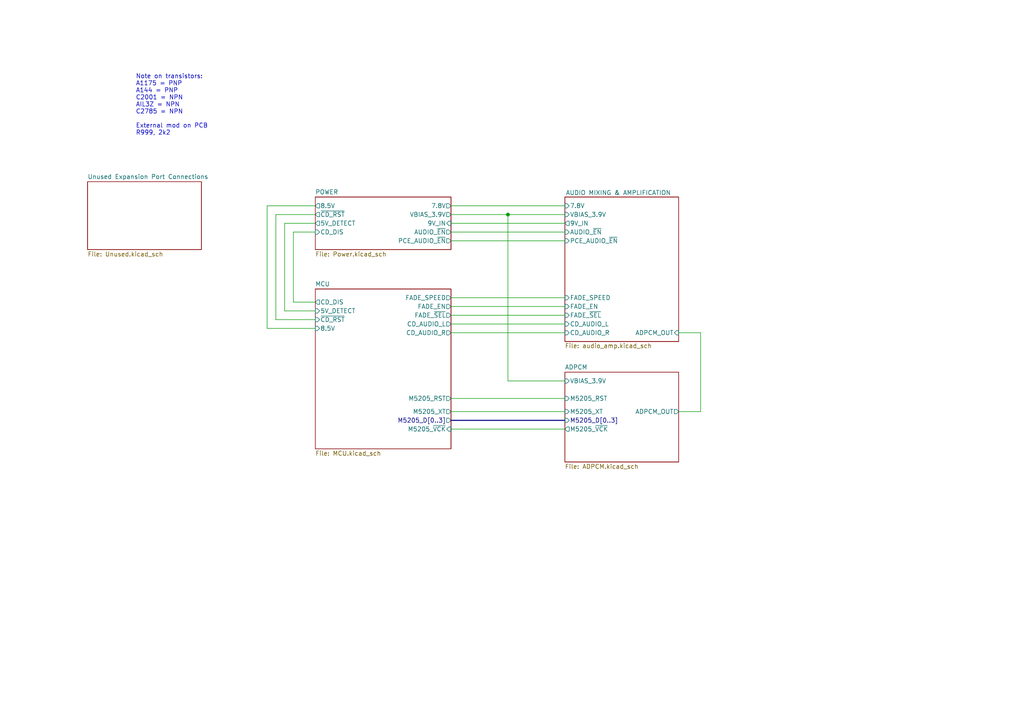
<source format=kicad_sch>
(kicad_sch
	(version 20250114)
	(generator "eeschema")
	(generator_version "9.0")
	(uuid "93dbf9aa-1076-45ce-b532-cda24d01521d")
	(paper "A4")
	(title_block
		(title "NEC PC-Engine IFU-30 Main PCB")
		(date "2025-05-12")
		(rev "0.3")
		(company "Polykubos")
		(comment 1 "Author: Regis Galland")
		(comment 2 "NEC IFU-30 PCB reverse engineered schematics")
	)
	(lib_symbols)
	(text "Note on transistors:\nA1175 = PNP\nA144 = PNP\nC2001 = NPN\nAIL3Z = NPN\nC2785 = NPN\n\nExternal mod on PCB\nR999, 2k2\n"
		(exclude_from_sim no)
		(at 39.37 39.37 0)
		(effects
			(font
				(size 1.27 1.27)
			)
			(justify left bottom)
		)
		(uuid "1500cd25-92b8-47ee-bd3f-1b6547e5748f")
	)
	(junction
		(at 147.32 62.23)
		(diameter 0)
		(color 0 0 0 0)
		(uuid "7b88be0c-f451-48ca-80b9-9d318b004192")
	)
	(wire
		(pts
			(xy 130.81 115.57) (xy 163.83 115.57)
		)
		(stroke
			(width 0)
			(type default)
		)
		(uuid "00b4c9ea-d5db-4d40-80fe-b3204f3cbf98")
	)
	(wire
		(pts
			(xy 163.83 110.49) (xy 147.32 110.49)
		)
		(stroke
			(width 0)
			(type default)
		)
		(uuid "02b0b3f5-a4b9-4834-9fcd-884a709cd25f")
	)
	(wire
		(pts
			(xy 130.81 64.77) (xy 163.83 64.77)
		)
		(stroke
			(width 0)
			(type default)
		)
		(uuid "08ce952f-0ad9-437f-8d92-dfe58196cd6f")
	)
	(wire
		(pts
			(xy 130.81 91.44) (xy 163.83 91.44)
		)
		(stroke
			(width 0)
			(type default)
		)
		(uuid "0eb94363-5023-4448-934b-ebe3cb79cc1a")
	)
	(wire
		(pts
			(xy 130.81 93.98) (xy 163.83 93.98)
		)
		(stroke
			(width 0)
			(type default)
		)
		(uuid "0fb4df7c-122a-4f02-a66c-7c59b99c2e6c")
	)
	(wire
		(pts
			(xy 196.85 96.52) (xy 203.2 96.52)
		)
		(stroke
			(width 0)
			(type default)
		)
		(uuid "150bac94-608f-4ca0-a930-5ea1601c8536")
	)
	(wire
		(pts
			(xy 91.44 87.63) (xy 85.09 87.63)
		)
		(stroke
			(width 0)
			(type default)
		)
		(uuid "175d09dc-d2ac-4407-80b2-d91c5bdef704")
	)
	(wire
		(pts
			(xy 80.01 62.23) (xy 80.01 92.71)
		)
		(stroke
			(width 0)
			(type default)
		)
		(uuid "1e69d502-3d33-4b8c-b85b-4b74ccf3e1d4")
	)
	(wire
		(pts
			(xy 130.81 59.69) (xy 163.83 59.69)
		)
		(stroke
			(width 0)
			(type default)
		)
		(uuid "1ece90f9-1dcf-43bf-88b5-b88cc274563e")
	)
	(wire
		(pts
			(xy 196.85 119.38) (xy 203.2 119.38)
		)
		(stroke
			(width 0)
			(type default)
		)
		(uuid "1ff8f487-aca9-44db-8d8a-3ad3c301f539")
	)
	(wire
		(pts
			(xy 130.81 88.9) (xy 163.83 88.9)
		)
		(stroke
			(width 0)
			(type default)
		)
		(uuid "3d987b16-b399-4573-a319-ef7670a6456d")
	)
	(wire
		(pts
			(xy 130.81 86.36) (xy 163.83 86.36)
		)
		(stroke
			(width 0)
			(type default)
		)
		(uuid "4e5e6802-fbbc-4317-a0dc-433e3c203a0a")
	)
	(wire
		(pts
			(xy 130.81 67.31) (xy 163.83 67.31)
		)
		(stroke
			(width 0)
			(type default)
		)
		(uuid "631b80e0-e640-451b-b6e2-b9b69ef86ccd")
	)
	(wire
		(pts
			(xy 91.44 59.69) (xy 77.47 59.69)
		)
		(stroke
			(width 0)
			(type default)
		)
		(uuid "779d8408-4a43-4113-a8f1-f23f1b8c271d")
	)
	(wire
		(pts
			(xy 91.44 64.77) (xy 82.55 64.77)
		)
		(stroke
			(width 0)
			(type default)
		)
		(uuid "80a685f6-160d-4d8a-aee8-8080ce60ac99")
	)
	(bus
		(pts
			(xy 130.81 121.92) (xy 163.83 121.92)
		)
		(stroke
			(width 0)
			(type default)
		)
		(uuid "828bba9f-6ec9-4a04-b9b6-c80b31a17087")
	)
	(wire
		(pts
			(xy 203.2 119.38) (xy 203.2 96.52)
		)
		(stroke
			(width 0)
			(type default)
		)
		(uuid "8841b89c-513e-4304-8ffa-29ed87f39987")
	)
	(wire
		(pts
			(xy 130.81 96.52) (xy 163.83 96.52)
		)
		(stroke
			(width 0)
			(type default)
		)
		(uuid "9ac3ac89-980d-465e-b42a-c25eb9ac705a")
	)
	(wire
		(pts
			(xy 91.44 95.25) (xy 77.47 95.25)
		)
		(stroke
			(width 0)
			(type default)
		)
		(uuid "9b663dc9-2941-4d54-835b-6a6783464ccd")
	)
	(wire
		(pts
			(xy 85.09 67.31) (xy 85.09 87.63)
		)
		(stroke
			(width 0)
			(type default)
		)
		(uuid "9e989301-c84e-42ee-a615-7352cdb61438")
	)
	(wire
		(pts
			(xy 82.55 64.77) (xy 82.55 90.17)
		)
		(stroke
			(width 0)
			(type default)
		)
		(uuid "a686cd1f-0ae2-421f-93e7-8bd37694f0b9")
	)
	(wire
		(pts
			(xy 91.44 62.23) (xy 80.01 62.23)
		)
		(stroke
			(width 0)
			(type default)
		)
		(uuid "be94d6c2-2a08-4870-b074-b780545c3690")
	)
	(wire
		(pts
			(xy 130.81 62.23) (xy 147.32 62.23)
		)
		(stroke
			(width 0)
			(type default)
		)
		(uuid "bf88a09a-f377-4552-ac6e-8015b8fcbd8f")
	)
	(wire
		(pts
			(xy 130.81 124.46) (xy 163.83 124.46)
		)
		(stroke
			(width 0)
			(type default)
		)
		(uuid "c6c11741-18f1-4e5a-b576-a946bc87da7f")
	)
	(wire
		(pts
			(xy 130.81 69.85) (xy 163.83 69.85)
		)
		(stroke
			(width 0)
			(type default)
		)
		(uuid "cc6c5708-9ce6-41bd-b434-6b1d86a2d9b7")
	)
	(wire
		(pts
			(xy 85.09 67.31) (xy 91.44 67.31)
		)
		(stroke
			(width 0)
			(type default)
		)
		(uuid "d4151336-47e3-4ccc-a7b9-f2e1984920a6")
	)
	(wire
		(pts
			(xy 91.44 90.17) (xy 82.55 90.17)
		)
		(stroke
			(width 0)
			(type default)
		)
		(uuid "db96c35f-f940-4ad8-b0e4-3d108e7253ba")
	)
	(wire
		(pts
			(xy 147.32 110.49) (xy 147.32 62.23)
		)
		(stroke
			(width 0)
			(type default)
		)
		(uuid "dc7c7da5-5b0f-48b0-8183-6e24527dc3e6")
	)
	(wire
		(pts
			(xy 147.32 62.23) (xy 163.83 62.23)
		)
		(stroke
			(width 0)
			(type default)
		)
		(uuid "e048a0a2-6b62-440f-a056-b4f952555da0")
	)
	(wire
		(pts
			(xy 91.44 92.71) (xy 80.01 92.71)
		)
		(stroke
			(width 0)
			(type default)
		)
		(uuid "e7b338ea-48c7-4ff1-a8bc-4969f6144f29")
	)
	(wire
		(pts
			(xy 77.47 59.69) (xy 77.47 95.25)
		)
		(stroke
			(width 0)
			(type default)
		)
		(uuid "e7e4ad2d-fef6-4209-8a5a-3bccc84e6a16")
	)
	(wire
		(pts
			(xy 130.81 119.38) (xy 163.83 119.38)
		)
		(stroke
			(width 0)
			(type default)
		)
		(uuid "f8994fce-e7f0-4d2a-b176-5b7f06dacdf3")
	)
	(sheet
		(at 91.44 57.15)
		(size 39.37 15.24)
		(exclude_from_sim no)
		(in_bom yes)
		(on_board yes)
		(dnp no)
		(fields_autoplaced yes)
		(stroke
			(width 0.1524)
			(type solid)
		)
		(fill
			(color 0 0 0 0.0000)
		)
		(uuid "0578f93e-ca38-43d5-ab59-174de13ad696")
		(property "Sheetname" "POWER"
			(at 91.44 56.4384 0)
			(effects
				(font
					(size 1.27 1.27)
				)
				(justify left bottom)
			)
		)
		(property "Sheetfile" "Power.kicad_sch"
			(at 91.44 72.9746 0)
			(effects
				(font
					(size 1.27 1.27)
				)
				(justify left top)
			)
		)
		(pin "CD_DIS" input
			(at 91.44 67.31 180)
			(uuid "31d0d1dd-90f0-47f1-b46d-3d1c426799d6")
			(effects
				(font
					(size 1.27 1.27)
				)
				(justify left)
			)
		)
		(pin "VBIAS_3.9V" output
			(at 130.81 62.23 0)
			(uuid "9fa63ca5-987b-47a6-9c75-bab2197aa4ad")
			(effects
				(font
					(size 1.27 1.27)
				)
				(justify right)
			)
		)
		(pin "7.8V" output
			(at 130.81 59.69 0)
			(uuid "40d52f4f-8898-44c5-83c1-1357c6af52d0")
			(effects
				(font
					(size 1.27 1.27)
				)
				(justify right)
			)
		)
		(pin "9V_IN" input
			(at 130.81 64.77 0)
			(uuid "2e6fc4b5-ed40-4df7-9fe6-e30feb7ad576")
			(effects
				(font
					(size 1.27 1.27)
				)
				(justify right)
			)
		)
		(pin "PCE_AUDIO_~{EN}" output
			(at 130.81 69.85 0)
			(uuid "9d15a7ac-46cf-461d-86ef-898c9bc0d768")
			(effects
				(font
					(size 1.27 1.27)
				)
				(justify right)
			)
		)
		(pin "~{CD_RST}" output
			(at 91.44 62.23 180)
			(uuid "5be7bfdd-b492-4529-a1f1-aa61cb86b5e1")
			(effects
				(font
					(size 1.27 1.27)
				)
				(justify left)
			)
		)
		(pin "AUDIO_~{EN}" output
			(at 130.81 67.31 0)
			(uuid "404bf708-bdc9-4958-95fd-c38156708012")
			(effects
				(font
					(size 1.27 1.27)
				)
				(justify right)
			)
		)
		(pin "5V_DETECT" output
			(at 91.44 64.77 180)
			(uuid "9ed55af5-a098-4a00-be96-58789eb1824f")
			(effects
				(font
					(size 1.27 1.27)
				)
				(justify left)
			)
		)
		(pin "8.5V" output
			(at 91.44 59.69 180)
			(uuid "1e1af739-2f20-4d26-a004-27ed7fc053e0")
			(effects
				(font
					(size 1.27 1.27)
				)
				(justify left)
			)
		)
		(instances
			(project "NEC-PCE-IFU-30_MAIN_PCB"
				(path "/93dbf9aa-1076-45ce-b532-cda24d01521d"
					(page "4")
				)
			)
		)
	)
	(sheet
		(at 91.44 83.82)
		(size 39.37 46.355)
		(exclude_from_sim no)
		(in_bom yes)
		(on_board yes)
		(dnp no)
		(fields_autoplaced yes)
		(stroke
			(width 0.1524)
			(type solid)
		)
		(fill
			(color 0 0 0 0.0000)
		)
		(uuid "16ed6a89-2253-4800-b858-7195f8e7cad5")
		(property "Sheetname" "MCU"
			(at 91.44 83.1084 0)
			(effects
				(font
					(size 1.27 1.27)
				)
				(justify left bottom)
			)
		)
		(property "Sheetfile" "MCU.kicad_sch"
			(at 91.44 130.7596 0)
			(effects
				(font
					(size 1.27 1.27)
				)
				(justify left top)
			)
		)
		(pin "CD_AUDIO_R" output
			(at 130.81 96.52 0)
			(uuid "a88703ad-d95d-423f-93bb-0ee8c259c73f")
			(effects
				(font
					(size 1.27 1.27)
				)
				(justify right)
			)
		)
		(pin "CD_AUDIO_L" output
			(at 130.81 93.98 0)
			(uuid "d1a92db5-e0f1-4310-8945-e1f2190483ad")
			(effects
				(font
					(size 1.27 1.27)
				)
				(justify right)
			)
		)
		(pin "5V_DETECT" input
			(at 91.44 90.17 180)
			(uuid "8806e4cd-571e-46b9-8659-5cd169771d87")
			(effects
				(font
					(size 1.27 1.27)
				)
				(justify left)
			)
		)
		(pin "M5205_XT" output
			(at 130.81 119.38 0)
			(uuid "97878c75-6d3e-4e98-a22b-1182504c3f1c")
			(effects
				(font
					(size 1.27 1.27)
				)
				(justify right)
			)
		)
		(pin "M5205_~{VCK}" input
			(at 130.81 124.46 0)
			(uuid "91bb5314-5374-421d-be5f-dcaca53e9504")
			(effects
				(font
					(size 1.27 1.27)
				)
				(justify right)
			)
		)
		(pin "M5205_RST" output
			(at 130.81 115.57 0)
			(uuid "7382f6ce-23e0-4f1c-bda0-260464cf8527")
			(effects
				(font
					(size 1.27 1.27)
				)
				(justify right)
			)
		)
		(pin "~{CD_RST}" input
			(at 91.44 92.71 180)
			(uuid "ddbf8f8b-3ebd-4ee7-843b-4798fbee5546")
			(effects
				(font
					(size 1.27 1.27)
				)
				(justify left)
			)
		)
		(pin "FADE_SPEED" output
			(at 130.81 86.36 0)
			(uuid "bffd1d15-a89f-4248-ba44-d4b1d5fa6f4f")
			(effects
				(font
					(size 1.27 1.27)
				)
				(justify right)
			)
		)
		(pin "CD_DIS" output
			(at 91.44 87.63 180)
			(uuid "adcad5f5-da8f-474e-858a-69d808d6d200")
			(effects
				(font
					(size 1.27 1.27)
				)
				(justify left)
			)
		)
		(pin "FADE_EN" output
			(at 130.81 88.9 0)
			(uuid "3eea739c-b375-41d5-8b02-82d56a80b108")
			(effects
				(font
					(size 1.27 1.27)
				)
				(justify right)
			)
		)
		(pin "FADE_~{SEL}" output
			(at 130.81 91.44 0)
			(uuid "cedc4b1d-fa72-4aff-bc09-d15a5e4cc0b8")
			(effects
				(font
					(size 1.27 1.27)
				)
				(justify right)
			)
		)
		(pin "8.5V" input
			(at 91.44 95.25 180)
			(uuid "c9bea6f4-066a-476a-8458-a0f4e0acef42")
			(effects
				(font
					(size 1.27 1.27)
				)
				(justify left)
			)
		)
		(pin "M5205_D[0..3]" output
			(at 130.81 121.92 0)
			(uuid "98426b6c-902a-4548-97c5-9a4a9add103c")
			(effects
				(font
					(size 1.27 1.27)
				)
				(justify right)
			)
		)
		(instances
			(project "NEC-PCE-IFU-30_MAIN_PCB"
				(path "/93dbf9aa-1076-45ce-b532-cda24d01521d"
					(page "3")
				)
			)
		)
	)
	(sheet
		(at 163.83 107.95)
		(size 33.02 26.035)
		(exclude_from_sim no)
		(in_bom yes)
		(on_board yes)
		(dnp no)
		(fields_autoplaced yes)
		(stroke
			(width 0.1524)
			(type solid)
		)
		(fill
			(color 0 0 0 0.0000)
		)
		(uuid "6773dc59-1a0f-4ef1-9716-1306879c4c35")
		(property "Sheetname" "ADPCM"
			(at 163.83 107.2384 0)
			(effects
				(font
					(size 1.27 1.27)
				)
				(justify left bottom)
			)
		)
		(property "Sheetfile" "ADPCM.kicad_sch"
			(at 163.83 134.5696 0)
			(effects
				(font
					(size 1.27 1.27)
				)
				(justify left top)
			)
		)
		(pin "M5205_~{VCK}" output
			(at 163.83 124.46 180)
			(uuid "081659e1-76a0-40fa-a847-85cdb1e1e800")
			(effects
				(font
					(size 1.27 1.27)
				)
				(justify left)
			)
		)
		(pin "M5205_RST" input
			(at 163.83 115.57 180)
			(uuid "71c85034-03c3-42a0-8106-8757a2fa6941")
			(effects
				(font
					(size 1.27 1.27)
				)
				(justify left)
			)
		)
		(pin "M5205_XT" input
			(at 163.83 119.38 180)
			(uuid "22b620f1-1870-4a9f-8044-5b21ab975c3f")
			(effects
				(font
					(size 1.27 1.27)
				)
				(justify left)
			)
		)
		(pin "ADPCM_OUT" output
			(at 196.85 119.38 0)
			(uuid "62e29293-2c4c-4acb-a284-af39632070aa")
			(effects
				(font
					(size 1.27 1.27)
				)
				(justify right)
			)
		)
		(pin "VBIAS_3.9V" input
			(at 163.83 110.49 180)
			(uuid "ac9d30f6-c112-4d12-8b96-1454193605e8")
			(effects
				(font
					(size 1.27 1.27)
				)
				(justify left)
			)
		)
		(pin "M5205_D[0..3]" input
			(at 163.83 121.92 180)
			(uuid "0374625e-b0b3-4a8d-9c23-c2c8b65edc39")
			(effects
				(font
					(size 1.27 1.27)
				)
				(justify left)
			)
		)
		(instances
			(project "NEC-PCE-IFU-30_MAIN_PCB"
				(path "/93dbf9aa-1076-45ce-b532-cda24d01521d"
					(page "2")
				)
			)
		)
	)
	(sheet
		(at 25.4 52.705)
		(size 33.02 19.685)
		(exclude_from_sim no)
		(in_bom yes)
		(on_board yes)
		(dnp no)
		(fields_autoplaced yes)
		(stroke
			(width 0.1524)
			(type solid)
		)
		(fill
			(color 0 0 0 0.0000)
		)
		(uuid "86a71b1a-8204-43be-a56e-bd6873a052ba")
		(property "Sheetname" "Unused Expansion Port Connections"
			(at 25.4 51.9934 0)
			(effects
				(font
					(size 1.27 1.27)
				)
				(justify left bottom)
			)
		)
		(property "Sheetfile" "Unused.kicad_sch"
			(at 25.4 72.9746 0)
			(effects
				(font
					(size 1.27 1.27)
				)
				(justify left top)
			)
		)
		(instances
			(project "NEC-PCE-IFU-30_MAIN_PCB"
				(path "/93dbf9aa-1076-45ce-b532-cda24d01521d"
					(page "6")
				)
			)
		)
	)
	(sheet
		(at 163.83 57.15)
		(size 33.02 41.91)
		(exclude_from_sim no)
		(in_bom yes)
		(on_board yes)
		(dnp no)
		(stroke
			(width 0.1524)
			(type solid)
		)
		(fill
			(color 0 0 0 0.0000)
		)
		(uuid "d1484c84-275c-4498-a17e-3c62a3d51fc3")
		(property "Sheetname" "AUDIO MIXING & AMPLIFICATION"
			(at 164.084 56.642 0)
			(effects
				(font
					(size 1.27 1.27)
				)
				(justify left bottom)
			)
		)
		(property "Sheetfile" "audio_amp.kicad_sch"
			(at 163.83 99.568 0)
			(effects
				(font
					(size 1.27 1.27)
				)
				(justify left top)
			)
		)
		(pin "9V_IN" output
			(at 163.83 64.77 180)
			(uuid "5d2fd185-e6db-4e6e-968d-81ae5a60d80f")
			(effects
				(font
					(size 1.27 1.27)
				)
				(justify left)
			)
		)
		(pin "AUDIO_~{EN}" input
			(at 163.83 67.31 180)
			(uuid "2f6888db-e2c0-4006-a4bc-c77752dd68b2")
			(effects
				(font
					(size 1.27 1.27)
				)
				(justify left)
			)
		)
		(pin "VBIAS_3.9V" input
			(at 163.83 62.23 180)
			(uuid "17816b0c-dc2a-40aa-beea-0a54a3b73a67")
			(effects
				(font
					(size 1.27 1.27)
				)
				(justify left)
			)
		)
		(pin "CD_AUDIO_R" input
			(at 163.83 96.52 180)
			(uuid "40ffda5b-e455-4634-b17e-5e5535d603b5")
			(effects
				(font
					(size 1.27 1.27)
				)
				(justify left)
			)
		)
		(pin "CD_AUDIO_L" input
			(at 163.83 93.98 180)
			(uuid "35569f7e-24f0-4760-aa1e-75072c15c88a")
			(effects
				(font
					(size 1.27 1.27)
				)
				(justify left)
			)
		)
		(pin "FADE_SPEED" input
			(at 163.83 86.36 180)
			(uuid "530cbb41-bc5d-4a35-bee4-5d44edfe883e")
			(effects
				(font
					(size 1.27 1.27)
				)
				(justify left)
			)
		)
		(pin "FADE_~{SEL}" input
			(at 163.83 91.44 180)
			(uuid "8ac06a00-03d6-494e-a4cb-89d16d99f270")
			(effects
				(font
					(size 1.27 1.27)
				)
				(justify left)
			)
		)
		(pin "FADE_EN" input
			(at 163.83 88.9 180)
			(uuid "7c1f3f32-f934-409b-8024-f63fac05f8ff")
			(effects
				(font
					(size 1.27 1.27)
				)
				(justify left)
			)
		)
		(pin "7.8V" input
			(at 163.83 59.69 180)
			(uuid "8859877d-cea8-4126-9ef8-98d79eaeb8b2")
			(effects
				(font
					(size 1.27 1.27)
				)
				(justify left)
			)
		)
		(pin "PCE_AUDIO_~{EN}" input
			(at 163.83 69.85 180)
			(uuid "090b06ca-dee1-471a-98fa-e6d032b51dbf")
			(effects
				(font
					(size 1.27 1.27)
				)
				(justify left)
			)
		)
		(pin "ADPCM_OUT" input
			(at 196.85 96.52 0)
			(uuid "4d73a270-93ff-432a-b4f1-98c950d83885")
			(effects
				(font
					(size 1.27 1.27)
				)
				(justify right)
			)
		)
		(instances
			(project "NEC-PCE-IFU-30_MAIN_PCB"
				(path "/93dbf9aa-1076-45ce-b532-cda24d01521d"
					(page "5")
				)
			)
		)
	)
	(sheet_instances
		(path "/"
			(page "1")
		)
	)
	(embedded_fonts no)
)

</source>
